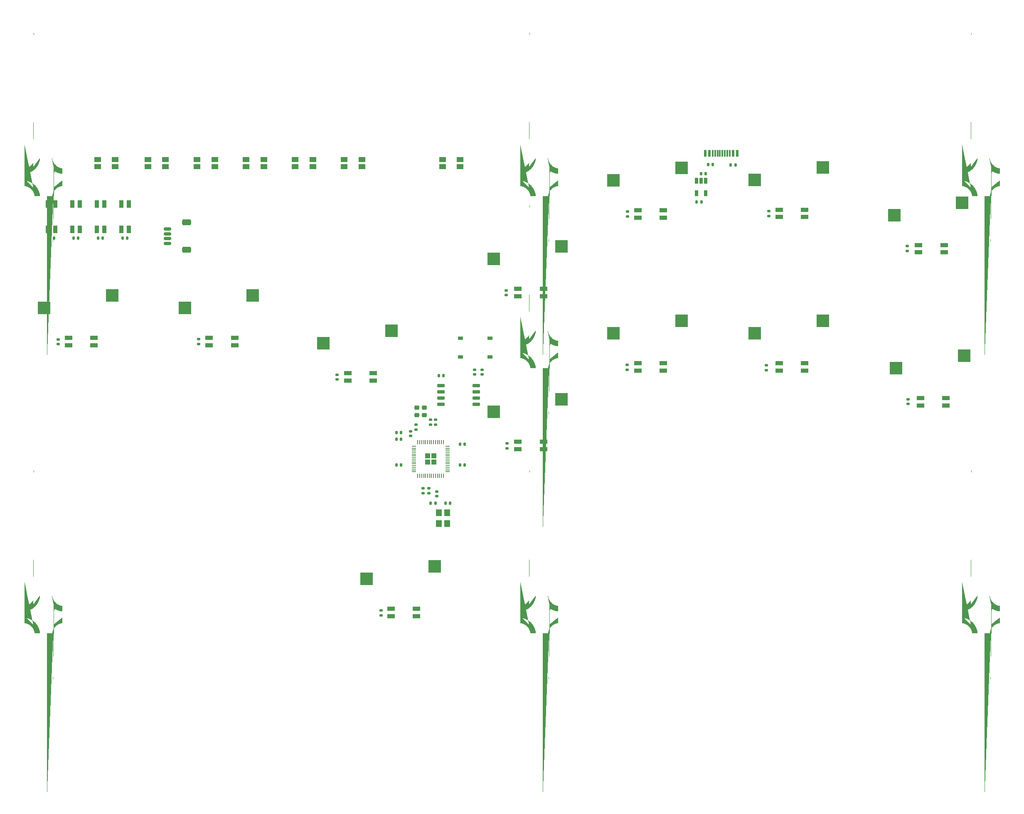
<source format=gbp>
G04 #@! TF.GenerationSoftware,KiCad,Pcbnew,(6.0.0)*
G04 #@! TF.CreationDate,2022-01-08T23:18:35-06:00*
G04 #@! TF.ProjectId,2.0,322e302e-6b69-4636-9164-5f7063625858,2.0*
G04 #@! TF.SameCoordinates,Original*
G04 #@! TF.FileFunction,Paste,Bot*
G04 #@! TF.FilePolarity,Positive*
%FSLAX46Y46*%
G04 Gerber Fmt 4.6, Leading zero omitted, Abs format (unit mm)*
G04 Created by KiCad (PCBNEW (6.0.0)) date 2022-01-08 23:18:35*
%MOMM*%
%LPD*%
G01*
G04 APERTURE LIST*
G04 Aperture macros list*
%AMRoundRect*
0 Rectangle with rounded corners*
0 $1 Rounding radius*
0 $2 $3 $4 $5 $6 $7 $8 $9 X,Y pos of 4 corners*
0 Add a 4 corners polygon primitive as box body*
4,1,4,$2,$3,$4,$5,$6,$7,$8,$9,$2,$3,0*
0 Add four circle primitives for the rounded corners*
1,1,$1+$1,$2,$3*
1,1,$1+$1,$4,$5*
1,1,$1+$1,$6,$7*
1,1,$1+$1,$8,$9*
0 Add four rect primitives between the rounded corners*
20,1,$1+$1,$2,$3,$4,$5,0*
20,1,$1+$1,$4,$5,$6,$7,0*
20,1,$1+$1,$6,$7,$8,$9,0*
20,1,$1+$1,$8,$9,$2,$3,0*%
%AMFreePoly0*
4,1,65,1.315140,1.797576,1.324491,1.796590,1.328053,1.793381,1.342819,1.788583,1.360717,1.763948,1.370405,1.755219,1.371785,1.748715,1.379146,1.738583,1.379146,1.714020,1.383232,1.694761,1.332001,1.363676,1.248990,1.039098,1.134977,0.724070,0.991031,0.421545,0.818501,0.134361,0.619005,-0.134792,0.394413,-0.383388,0.146832,-0.609098,-0.121419,-0.809805,-0.407823,-0.983628,
-0.709696,-1.128936,-1.024207,-1.244368,-1.348407,-1.328841,-1.679255,-1.381562,-1.679258,-1.381564,-1.690913,-1.379146,-1.738583,-1.379146,-1.788583,-1.342819,-1.807681,-1.284040,-1.807681,-0.377294,-1.804966,-0.368937,-1.806216,-0.360238,-1.795607,-0.340135,-1.788583,-0.318515,-1.781473,-0.313349,-1.777372,-0.305578,-1.756974,-0.295550,-1.738583,-0.282188,-1.729795,-0.282188,-1.721909,-0.278311,
-1.711100,-0.280182,-1.450995,-0.227145,-1.188915,-0.140896,-0.938669,-0.024699,-0.703666,0.119863,-0.487106,0.290822,-0.291941,0.485848,-0.120828,0.702286,0.023902,0.937186,0.140277,1.187350,0.226712,1.449368,0.279934,1.709434,0.278071,1.720245,0.282188,1.728604,0.282188,1.738583,0.297445,1.759582,0.305378,1.775690,0.311485,1.778907,0.318515,1.788583,0.348103,1.798197,
0.360058,1.804494,0.365199,1.803751,0.377294,1.807681,1.284040,1.807681,1.315140,1.797576,1.315140,1.797576,$1*%
%AMFreePoly1*
4,1,65,1.690913,1.379146,1.738583,1.379146,1.788583,1.342819,1.807681,1.284040,1.807681,0.377294,1.804966,0.368937,1.806216,0.360238,1.795607,0.340135,1.788583,0.318515,1.781473,0.313349,1.777372,0.305578,1.756974,0.295550,1.738583,0.282188,1.729795,0.282188,1.721909,0.278311,1.711100,0.280182,1.450995,0.227145,1.188915,0.140896,0.938669,0.024699,0.703666,-0.119863,
0.487106,-0.290822,0.291941,-0.485848,0.120828,-0.702286,-0.023902,-0.937186,-0.140277,-1.187350,-0.226712,-1.449368,-0.279934,-1.709434,-0.278071,-1.720245,-0.282188,-1.728604,-0.282188,-1.738583,-0.297445,-1.759582,-0.305378,-1.775690,-0.311485,-1.778907,-0.318515,-1.788583,-0.348103,-1.798197,-0.360058,-1.804494,-0.365199,-1.803751,-0.377294,-1.807681,-1.284040,-1.807681,-1.315140,-1.797576,
-1.324491,-1.796590,-1.328053,-1.793381,-1.342819,-1.788583,-1.360717,-1.763948,-1.370405,-1.755219,-1.371785,-1.748715,-1.379146,-1.738583,-1.379146,-1.714020,-1.383232,-1.694761,-1.332001,-1.363676,-1.248990,-1.039098,-1.134977,-0.724070,-0.991031,-0.421545,-0.818501,-0.134361,-0.619005,0.134792,-0.394413,0.383388,-0.146832,0.609098,0.121419,0.809805,0.407823,0.983628,0.709696,1.128936,
1.024207,1.244368,1.348407,1.328841,1.679255,1.381562,1.679258,1.381564,1.690913,1.379146,1.690913,1.379146,$1*%
%AMFreePoly2*
4,1,65,-1.363676,1.332001,-1.039098,1.248990,-0.724070,1.134977,-0.421545,0.991031,-0.134361,0.818501,0.134792,0.619005,0.383388,0.394413,0.609098,0.146832,0.809805,-0.121419,0.983628,-0.407823,1.128936,-0.709696,1.244368,-1.024207,1.328841,-1.348407,1.381562,-1.679255,1.381564,-1.679258,1.379146,-1.690913,1.379146,-1.738583,1.342819,-1.788583,1.284040,-1.807681,0.377294,-1.807681,
0.368937,-1.804966,0.360238,-1.806216,0.340135,-1.795607,0.318515,-1.788583,0.313349,-1.781473,0.305578,-1.777372,0.295550,-1.756974,0.282188,-1.738583,0.282188,-1.729795,0.278311,-1.721909,0.280182,-1.711100,0.227145,-1.450995,0.140896,-1.188915,0.024699,-0.938669,-0.119863,-0.703666,-0.290822,-0.487106,-0.485848,-0.291941,-0.702286,-0.120828,-0.937186,0.023902,-1.187350,0.140277,
-1.449368,0.226712,-1.709434,0.279934,-1.720245,0.278071,-1.728604,0.282188,-1.738583,0.282188,-1.759582,0.297445,-1.775690,0.305378,-1.778907,0.311485,-1.788583,0.318515,-1.798197,0.348103,-1.804494,0.360058,-1.803751,0.365199,-1.807681,0.377294,-1.807681,1.284040,-1.797576,1.315140,-1.796590,1.324491,-1.793381,1.328053,-1.788583,1.342819,-1.763948,1.360717,-1.755219,1.370405,
-1.748715,1.371785,-1.738583,1.379146,-1.714020,1.379146,-1.694761,1.383232,-1.363676,1.332001,-1.363676,1.332001,$1*%
%AMFreePoly3*
4,1,65,-0.368937,1.804966,-0.360238,1.806216,-0.340135,1.795607,-0.318515,1.788583,-0.313349,1.781473,-0.305578,1.777372,-0.295550,1.756974,-0.282188,1.738583,-0.282188,1.729795,-0.278311,1.721909,-0.280182,1.711100,-0.227145,1.450995,-0.140896,1.188915,-0.024699,0.938669,0.119863,0.703666,0.290822,0.487106,0.485848,0.291941,0.702286,0.120828,0.937186,-0.023902,1.187350,-0.140277,
1.449368,-0.226712,1.709434,-0.279934,1.720245,-0.278071,1.728604,-0.282188,1.738583,-0.282188,1.759582,-0.297445,1.775690,-0.305378,1.778907,-0.311485,1.788583,-0.318515,1.798197,-0.348103,1.804494,-0.360058,1.803751,-0.365199,1.807681,-0.377294,1.807681,-1.284040,1.797576,-1.315140,1.796590,-1.324491,1.793381,-1.328053,1.788583,-1.342819,1.763948,-1.360717,1.755219,-1.370405,
1.748715,-1.371785,1.738583,-1.379146,1.714020,-1.379146,1.694761,-1.383232,1.363676,-1.332001,1.039098,-1.248990,0.724070,-1.134977,0.421545,-0.991031,0.134361,-0.818501,-0.134792,-0.619005,-0.383388,-0.394413,-0.609098,-0.146832,-0.809805,0.121419,-0.983628,0.407823,-1.128936,0.709696,-1.244368,1.024207,-1.328841,1.348407,-1.381562,1.679255,-1.381564,1.679258,-1.379146,1.690913,
-1.379146,1.738583,-1.342819,1.788583,-1.284040,1.807681,-0.377294,1.807681,-0.368937,1.804966,-0.368937,1.804966,$1*%
G04 Aperture macros list end*
%ADD10RoundRect,0.082000X0.718000X-0.328000X0.718000X0.328000X-0.718000X0.328000X-0.718000X-0.328000X0*%
%ADD11R,2.550000X2.500000*%
%ADD12RoundRect,0.082000X-0.328000X-0.718000X0.328000X-0.718000X0.328000X0.718000X-0.328000X0.718000X0*%
%ADD13RoundRect,0.140000X-0.140000X-0.170000X0.140000X-0.170000X0.140000X0.170000X-0.140000X0.170000X0*%
%ADD14RoundRect,0.147500X0.172500X-0.147500X0.172500X0.147500X-0.172500X0.147500X-0.172500X-0.147500X0*%
%ADD15RoundRect,0.147500X-0.147500X-0.172500X0.147500X-0.172500X0.147500X0.172500X-0.147500X0.172500X0*%
%ADD16RoundRect,0.147500X-0.172500X0.147500X-0.172500X-0.147500X0.172500X-0.147500X0.172500X0.147500X0*%
%ADD17RoundRect,0.150000X0.650000X0.150000X-0.650000X0.150000X-0.650000X-0.150000X0.650000X-0.150000X0*%
%ADD18RoundRect,0.147500X0.147500X0.172500X-0.147500X0.172500X-0.147500X-0.172500X0.147500X-0.172500X0*%
%ADD19RoundRect,0.225000X-0.250000X0.225000X-0.250000X-0.225000X0.250000X-0.225000X0.250000X0.225000X0*%
%ADD20RoundRect,0.140000X0.140000X0.170000X-0.140000X0.170000X-0.140000X-0.170000X0.140000X-0.170000X0*%
%ADD21RoundRect,0.250000X0.292217X0.292217X-0.292217X0.292217X-0.292217X-0.292217X0.292217X-0.292217X0*%
%ADD22RoundRect,0.050000X0.387500X0.050000X-0.387500X0.050000X-0.387500X-0.050000X0.387500X-0.050000X0*%
%ADD23RoundRect,0.050000X0.050000X0.387500X-0.050000X0.387500X-0.050000X-0.387500X0.050000X-0.387500X0*%
%ADD24RoundRect,0.140000X0.170000X-0.140000X0.170000X0.140000X-0.170000X0.140000X-0.170000X-0.140000X0*%
%ADD25FreePoly0,180.000000*%
%ADD26FreePoly1,180.000000*%
%ADD27FreePoly2,180.000000*%
%ADD28FreePoly3,180.000000*%
%ADD29R,1.400000X1.050000*%
%ADD30R,1.000000X0.750000*%
%ADD31RoundRect,0.052000X-0.273000X0.558000X-0.273000X-0.558000X0.273000X-0.558000X0.273000X0.558000X0*%
%ADD32RoundRect,0.150000X-0.625000X0.150000X-0.625000X-0.150000X0.625000X-0.150000X0.625000X0.150000X0*%
%ADD33RoundRect,0.250000X-0.650000X0.350000X-0.650000X-0.350000X0.650000X-0.350000X0.650000X0.350000X0*%
%ADD34R,0.600000X1.450000*%
%ADD35R,0.300000X1.450000*%
%ADD36R,1.200000X1.400000*%
G04 APERTURE END LIST*
D10*
G04 #@! TO.C,D7*
X242885000Y-84510001D03*
X242885000Y-83010001D03*
X237685000Y-83010001D03*
X237685000Y-84510001D03*
G04 #@! TD*
G04 #@! TO.C,D4*
X97955000Y-72210001D03*
X97955000Y-70710001D03*
X92755000Y-70710001D03*
X92755000Y-72210001D03*
G04 #@! TD*
G04 #@! TO.C,D1*
X160885000Y-93410001D03*
X160885000Y-91910001D03*
X155685000Y-91910001D03*
X155685000Y-93410001D03*
G04 #@! TD*
D11*
G04 #@! TO.C,SW14*
X217775000Y-67280000D03*
X203925000Y-69820000D03*
G04 #@! TD*
D10*
G04 #@! TO.C,D2*
X69320000Y-72210001D03*
X69320000Y-70710001D03*
X64120000Y-70710001D03*
X64120000Y-72210001D03*
G04 #@! TD*
D11*
G04 #@! TO.C,SW20*
X138680000Y-117310000D03*
X124830000Y-119850000D03*
G04 #@! TD*
D10*
G04 #@! TO.C,D12*
X185285000Y-46210001D03*
X185285000Y-44710001D03*
X180085000Y-44710001D03*
X180085000Y-46210001D03*
G04 #@! TD*
D12*
G04 #@! TO.C,D15*
X74879999Y-48660000D03*
X76379999Y-48660000D03*
X76379999Y-43460000D03*
X74879999Y-43460000D03*
G04 #@! TD*
D10*
G04 #@! TO.C,D14*
X214085000Y-46110001D03*
X214085000Y-44610001D03*
X208885000Y-44610001D03*
X208885000Y-46110001D03*
G04 #@! TD*
D11*
G04 #@! TO.C,SW2*
X164575000Y-52080000D03*
X150725000Y-54620000D03*
G04 #@! TD*
G04 #@! TO.C,SW18*
X246575000Y-74380000D03*
X232725000Y-76920000D03*
G04 #@! TD*
G04 #@! TO.C,SW4*
X164575000Y-83280000D03*
X150725000Y-85820000D03*
G04 #@! TD*
G04 #@! TO.C,SW12*
X129880000Y-69280000D03*
X116030000Y-71820000D03*
G04 #@! TD*
G04 #@! TO.C,SW7*
X101645000Y-62080000D03*
X87795000Y-64620000D03*
G04 #@! TD*
D10*
G04 #@! TO.C,D8*
X134990000Y-127440001D03*
X134990000Y-125940001D03*
X129790000Y-125940001D03*
X129790000Y-127440001D03*
G04 #@! TD*
G04 #@! TO.C,D5*
X214085000Y-77410001D03*
X214085000Y-75910001D03*
X208885000Y-75910001D03*
X208885000Y-77410001D03*
G04 #@! TD*
G04 #@! TO.C,D3*
X185285000Y-77410001D03*
X185285000Y-75910001D03*
X180085000Y-75910001D03*
X180085000Y-77410001D03*
G04 #@! TD*
D11*
G04 #@! TO.C,SW3*
X73010000Y-62080000D03*
X59160000Y-64620000D03*
G04 #@! TD*
D10*
G04 #@! TO.C,D6*
X126190000Y-79410001D03*
X126190000Y-77910001D03*
X120990000Y-77910001D03*
X120990000Y-79410001D03*
G04 #@! TD*
D11*
G04 #@! TO.C,SW8*
X188975000Y-36080000D03*
X175125000Y-38620000D03*
G04 #@! TD*
D10*
G04 #@! TO.C,D10*
X160885000Y-62210001D03*
X160885000Y-60710001D03*
X155685000Y-60710001D03*
X155685000Y-62210001D03*
G04 #@! TD*
G04 #@! TO.C,D16*
X242485000Y-53310001D03*
X242485000Y-51810001D03*
X237285000Y-51810001D03*
X237285000Y-53310001D03*
G04 #@! TD*
D12*
G04 #@! TO.C,D11*
X64879999Y-48660000D03*
X66379999Y-48660000D03*
X66379999Y-43460000D03*
X64879999Y-43460000D03*
G04 #@! TD*
D11*
G04 #@! TO.C,SW17*
X246175000Y-43180000D03*
X232325000Y-45720000D03*
G04 #@! TD*
D12*
G04 #@! TO.C,D13*
X69879999Y-48660000D03*
X71379999Y-48660000D03*
X71379999Y-43460000D03*
X69879999Y-43460000D03*
G04 #@! TD*
G04 #@! TO.C,D9*
X59879999Y-48660000D03*
X61379999Y-48660000D03*
X61379999Y-43460000D03*
X59879999Y-43460000D03*
G04 #@! TD*
D11*
G04 #@! TO.C,SW13*
X217775000Y-35980000D03*
X203925000Y-38520000D03*
G04 #@! TD*
G04 #@! TO.C,SW9*
X188975000Y-67280000D03*
X175125000Y-69820000D03*
G04 #@! TD*
D13*
G04 #@! TO.C,C4*
X192090000Y-43000000D03*
X193050000Y-43000000D03*
G04 #@! TD*
D14*
G04 #@! TO.C,C10*
X133790000Y-90700000D03*
X133790000Y-89730000D03*
G04 #@! TD*
G04 #@! TO.C,C8*
X134880000Y-89400000D03*
X134880000Y-88430000D03*
G04 #@! TD*
D15*
G04 #@! TO.C,C13*
X143880000Y-96600000D03*
X144850000Y-96600000D03*
G04 #@! TD*
G04 #@! TO.C,C5*
X139530000Y-78400000D03*
X140500000Y-78400000D03*
G04 #@! TD*
D16*
G04 #@! TO.C,R2*
X148380000Y-77230000D03*
X148380000Y-78200000D03*
G04 #@! TD*
D17*
G04 #@! TO.C,U2*
X147200000Y-80495000D03*
X147200000Y-81765000D03*
X147200000Y-83035000D03*
X147200000Y-84305000D03*
X140000000Y-84305000D03*
X140000000Y-83035000D03*
X140000000Y-81765000D03*
X140000000Y-80495000D03*
G04 #@! TD*
D18*
G04 #@! TO.C,C3*
X138880000Y-104400000D03*
X137910000Y-104400000D03*
G04 #@! TD*
D14*
G04 #@! TO.C,R1*
X146880000Y-78200000D03*
X146880000Y-77230000D03*
G04 #@! TD*
G04 #@! TO.C,C9*
X137880000Y-88400000D03*
X137880000Y-87430000D03*
G04 #@! TD*
D18*
G04 #@! TO.C,C12*
X131880000Y-96600000D03*
X130910000Y-96600000D03*
G04 #@! TD*
D16*
G04 #@! TO.C,C14*
X137499000Y-101400000D03*
X137499000Y-102370000D03*
G04 #@! TD*
D19*
G04 #@! TO.C,R3*
X136590000Y-84925000D03*
X136590000Y-86475000D03*
G04 #@! TD*
D16*
G04 #@! TO.C,C7*
X136380000Y-101400000D03*
X136380000Y-102370000D03*
G04 #@! TD*
D20*
G04 #@! TO.C,C1*
X193950000Y-37300000D03*
X192990000Y-37300000D03*
G04 #@! TD*
D15*
G04 #@! TO.C,C11*
X143880000Y-92400000D03*
X144850000Y-92400000D03*
G04 #@! TD*
D18*
G04 #@! TO.C,C16*
X131880000Y-90000000D03*
X130910000Y-90000000D03*
G04 #@! TD*
D21*
G04 #@! TO.C,U3*
X137242500Y-96037500D03*
X138517500Y-96037500D03*
X138517500Y-94762500D03*
X137242500Y-94762500D03*
D22*
X141317500Y-92800000D03*
X141317500Y-93200000D03*
X141317500Y-93600000D03*
X141317500Y-94000000D03*
X141317500Y-94400000D03*
X141317500Y-94800000D03*
X141317500Y-95200000D03*
X141317500Y-95600000D03*
X141317500Y-96000000D03*
X141317500Y-96400000D03*
X141317500Y-96800000D03*
X141317500Y-97200000D03*
X141317500Y-97600000D03*
X141317500Y-98000000D03*
D23*
X140480000Y-98837500D03*
X140080000Y-98837500D03*
X139680000Y-98837500D03*
X139280000Y-98837500D03*
X138880000Y-98837500D03*
X138480000Y-98837500D03*
X138080000Y-98837500D03*
X137680000Y-98837500D03*
X137280000Y-98837500D03*
X136880000Y-98837500D03*
X136480000Y-98837500D03*
X136080000Y-98837500D03*
X135680000Y-98837500D03*
X135280000Y-98837500D03*
D22*
X134442500Y-98000000D03*
X134442500Y-97600000D03*
X134442500Y-97200000D03*
X134442500Y-96800000D03*
X134442500Y-96400000D03*
X134442500Y-96000000D03*
X134442500Y-95600000D03*
X134442500Y-95200000D03*
X134442500Y-94800000D03*
X134442500Y-94400000D03*
X134442500Y-94000000D03*
X134442500Y-93600000D03*
X134442500Y-93200000D03*
X134442500Y-92800000D03*
D23*
X135280000Y-91962500D03*
X135680000Y-91962500D03*
X136080000Y-91962500D03*
X136480000Y-91962500D03*
X136880000Y-91962500D03*
X137280000Y-91962500D03*
X137680000Y-91962500D03*
X138080000Y-91962500D03*
X138480000Y-91962500D03*
X138880000Y-91962500D03*
X139280000Y-91962500D03*
X139680000Y-91962500D03*
X140080000Y-91962500D03*
X140480000Y-91962500D03*
G04 #@! TD*
D15*
G04 #@! TO.C,C2*
X140880000Y-104400000D03*
X141850000Y-104400000D03*
G04 #@! TD*
D19*
G04 #@! TO.C,R4*
X135090000Y-84925000D03*
X135090000Y-86475000D03*
G04 #@! TD*
D14*
G04 #@! TO.C,C6*
X138880000Y-88400000D03*
X138880000Y-87430000D03*
G04 #@! TD*
D18*
G04 #@! TO.C,C15*
X131880000Y-91400000D03*
X130910000Y-91400000D03*
G04 #@! TD*
D16*
G04 #@! TO.C,R5*
X139180000Y-102030000D03*
X139180000Y-103000000D03*
G04 #@! TD*
D24*
G04 #@! TO.C,C19*
X90590000Y-71960000D03*
X90590000Y-71000000D03*
G04 #@! TD*
D13*
G04 #@! TO.C,C21*
X60210000Y-50400000D03*
X61170000Y-50400000D03*
G04 #@! TD*
G04 #@! TO.C,C23*
X70110000Y-50400000D03*
X71070000Y-50400000D03*
G04 #@! TD*
D25*
G04 #@! TO.C,H2*
X56932319Y-125042319D03*
D26*
X61047681Y-129157681D03*
D27*
X56932319Y-129157681D03*
D28*
X61047681Y-125042319D03*
G04 #@! TD*
D29*
G04 #@! TO.C,SW15*
X93890000Y-34375000D03*
X93890000Y-35825000D03*
X90290000Y-35825000D03*
X90290000Y-34375000D03*
G04 #@! TD*
D24*
G04 #@! TO.C,C20*
X177890000Y-77200000D03*
X177890000Y-76240000D03*
G04 #@! TD*
D26*
G04 #@! TO.C,H3*
X162057681Y-40057681D03*
D27*
X157942319Y-40057681D03*
D25*
X157942319Y-35942319D03*
D28*
X162057681Y-35942319D03*
G04 #@! TD*
D30*
G04 #@! TO.C,SW1*
X149990000Y-70825000D03*
X143990000Y-70825000D03*
X149990000Y-74575000D03*
X143990000Y-74575000D03*
G04 #@! TD*
D29*
G04 #@! TO.C,SW6*
X113890000Y-34375000D03*
X113890000Y-35825000D03*
X110290000Y-35825000D03*
X110290000Y-34375000D03*
G04 #@! TD*
G04 #@! TO.C,SW16*
X143890000Y-34375000D03*
X143890000Y-35825000D03*
X140290000Y-35825000D03*
X140290000Y-34375000D03*
G04 #@! TD*
D31*
G04 #@! TO.C,U1*
X192050000Y-38755000D03*
X192990000Y-38755000D03*
X193930000Y-38755000D03*
X193930000Y-41245000D03*
X192050000Y-41245000D03*
G04 #@! TD*
D24*
G04 #@! TO.C,C27*
X61990000Y-71980000D03*
X61990000Y-71020000D03*
G04 #@! TD*
G04 #@! TO.C,C17*
X235190000Y-84200000D03*
X235190000Y-83240000D03*
G04 #@! TD*
G04 #@! TO.C,C29*
X206290000Y-77280000D03*
X206290000Y-76320000D03*
G04 #@! TD*
G04 #@! TO.C,C25*
X127790000Y-127260000D03*
X127790000Y-126300000D03*
G04 #@! TD*
D28*
G04 #@! TO.C,H1*
X252047681Y-125042319D03*
D27*
X247932319Y-129157681D03*
D26*
X252047681Y-129157681D03*
D25*
X247932319Y-125042319D03*
G04 #@! TD*
D13*
G04 #@! TO.C,C18*
X75110000Y-50400000D03*
X76070000Y-50400000D03*
G04 #@! TD*
D24*
G04 #@! TO.C,C22*
X206790000Y-45880000D03*
X206790000Y-44920000D03*
G04 #@! TD*
D25*
G04 #@! TO.C,H5*
X247932319Y-35942319D03*
D27*
X247932319Y-40057681D03*
D26*
X252047681Y-40057681D03*
D28*
X252047681Y-35942319D03*
G04 #@! TD*
D24*
G04 #@! TO.C,C32*
X234990000Y-53000000D03*
X234990000Y-52040000D03*
G04 #@! TD*
G04 #@! TO.C,C30*
X118790000Y-79180000D03*
X118790000Y-78220000D03*
G04 #@! TD*
D13*
G04 #@! TO.C,R7*
X194390000Y-35400000D03*
X195350000Y-35400000D03*
G04 #@! TD*
D24*
G04 #@! TO.C,C31*
X177990000Y-45960000D03*
X177990000Y-45000000D03*
G04 #@! TD*
G04 #@! TO.C,C28*
X153290000Y-62000000D03*
X153290000Y-61040000D03*
G04 #@! TD*
D32*
G04 #@! TO.C,J2*
X84280000Y-48510000D03*
X84280000Y-49510000D03*
X84280000Y-50510000D03*
X84280000Y-51510000D03*
D33*
X88155000Y-47210000D03*
X88155000Y-52810000D03*
G04 #@! TD*
D13*
G04 #@! TO.C,C24*
X65110000Y-50400000D03*
X66070000Y-50400000D03*
G04 #@! TD*
D25*
G04 #@! TO.C,H7*
X157942319Y-125042319D03*
D28*
X162057681Y-125042319D03*
D26*
X162057681Y-129157681D03*
D27*
X157942319Y-129157681D03*
G04 #@! TD*
D29*
G04 #@! TO.C,SW11*
X123890000Y-34375000D03*
X123890000Y-35825000D03*
X120290000Y-35825000D03*
X120290000Y-34375000D03*
G04 #@! TD*
D25*
G04 #@! TO.C,H6*
X157942319Y-71042319D03*
D28*
X162057681Y-71042319D03*
D26*
X162057681Y-75157681D03*
D27*
X157942319Y-75157681D03*
G04 #@! TD*
D29*
G04 #@! TO.C,SW5*
X73640000Y-34375000D03*
X73640000Y-35825000D03*
X70040000Y-35825000D03*
X70040000Y-34375000D03*
G04 #@! TD*
D34*
G04 #@! TO.C,J1*
X193840000Y-33145000D03*
X194640000Y-33145000D03*
D35*
X195840000Y-33145000D03*
X196840000Y-33145000D03*
X197340000Y-33145000D03*
X198340000Y-33145000D03*
D34*
X199540000Y-33145000D03*
X200340000Y-33145000D03*
X200340000Y-33145000D03*
X199540000Y-33145000D03*
D35*
X198840000Y-33145000D03*
X197840000Y-33145000D03*
X196340000Y-33145000D03*
X195340000Y-33145000D03*
D34*
X194640000Y-33145000D03*
X193840000Y-33145000D03*
G04 #@! TD*
D27*
G04 #@! TO.C,H4*
X56932319Y-40057681D03*
D28*
X61047681Y-35942319D03*
D26*
X61047681Y-40057681D03*
D25*
X56932319Y-35942319D03*
G04 #@! TD*
D24*
G04 #@! TO.C,C26*
X153490000Y-93200000D03*
X153490000Y-92240000D03*
G04 #@! TD*
D29*
G04 #@! TO.C,SW10*
X83890000Y-34375000D03*
X83890000Y-35825000D03*
X80290000Y-35825000D03*
X80290000Y-34375000D03*
G04 #@! TD*
D36*
G04 #@! TO.C,Y1*
X139545000Y-108600000D03*
X139545000Y-106400000D03*
X141245000Y-106400000D03*
X141245000Y-108600000D03*
G04 #@! TD*
D20*
G04 #@! TO.C,R6*
X199990000Y-35500000D03*
X199030000Y-35500000D03*
G04 #@! TD*
D29*
G04 #@! TO.C,SW19*
X103890000Y-34375000D03*
X103890000Y-35825000D03*
X100290000Y-35825000D03*
X100290000Y-34375000D03*
G04 #@! TD*
M02*

</source>
